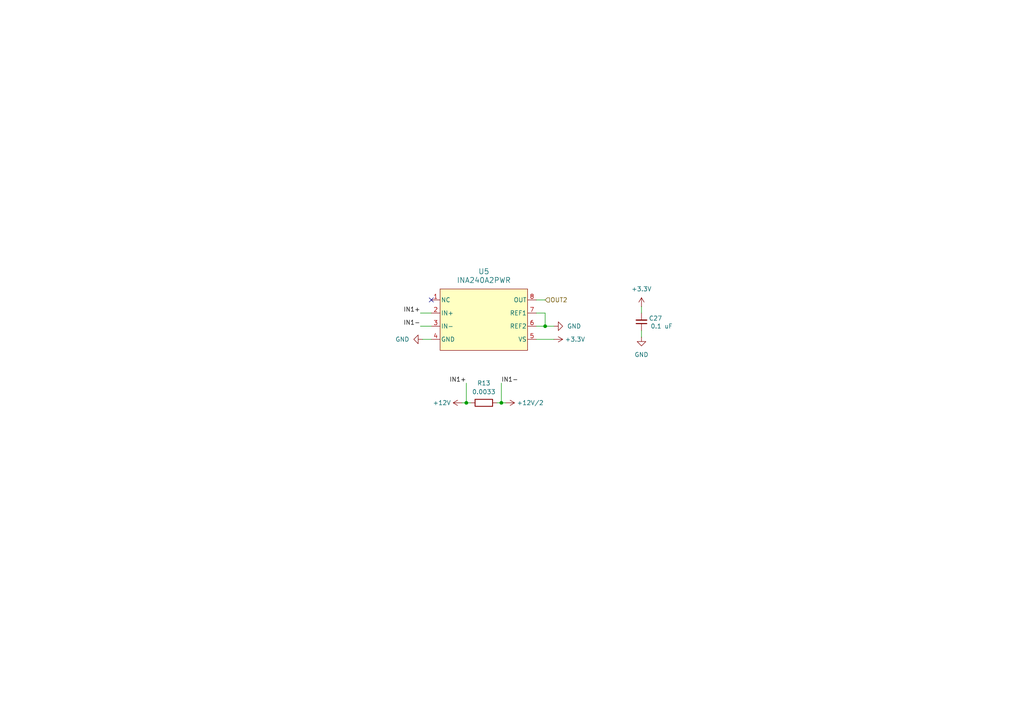
<source format=kicad_sch>
(kicad_sch (version 20231120) (generator "eeschema") (generator_version "8.0")
  (paper "A4")
  (lib_symbols
    (symbol "Device:C_Small" (pin_numbers hide) (pin_names (offset 0.254) hide)
      (property "Reference" "C" (at 0.254 1.778 0))
      (property "Value" "C_Small" (at 0.254 -2.032 0))
      (symbol "C_Small_0_1"
        (polyline (pts (xy -1.524 -0.508) (xy 1.524 -0.508)) (stroke (width 0.3302)))
        (polyline (pts (xy -1.524 0.508) (xy 1.524 0.508)) (stroke (width 0.3048)))
      )
      (symbol "C_Small_1_1"
        (pin passive line (at 0 2.54 270) (length 2.032) (name "~") (number "1"))
        (pin passive line (at 0 -2.54 90) (length 2.032) (name "~") (number "2"))
      )
    )
    (symbol "Device:R" (pin_numbers hide) (pin_names (offset 0))
      (property "Reference" "R" (at 2.032 0 90))
      (property "Value" "R" (at 0 0 90))
      (symbol "R_0_1"
        (rectangle (start -1.016 -2.54) (end 1.016 2.54) (stroke (width 0.254)))
      )
      (symbol "R_1_1"
        (pin passive line (at 0 3.81 270) (length 1.27) (name "~") (number "1"))
        (pin passive line (at 0 -3.81 90) (length 1.27) (name "~") (number "2"))
      )
    )
    (symbol "INA240A2PWR:INA240A2PWR" (pin_names (offset 0.254))
      (property "Reference" "U" (at 20.32 10.16 0))
      (property "Value" "INA240A2PWR" (at 20.32 7.62 0))
      (symbol "INA240A2PWR_1_1"
        (rectangle (start 7.62 5.08) (end 33.02 -12.7) (fill (type background)))
        (pin unspecified line (at 5.08 1.905 0) (length 2.54) (name "NC") (number "1"))
        (pin input line (at 5.08 -1.905 0) (length 2.54) (name "IN+") (number "2"))
        (pin input line (at 5.08 -5.715 0) (length 2.54) (name "IN-") (number "3"))
        (pin power_in line (at 5.08 -9.525 0) (length 2.54) (name "GND") (number "4"))
        (pin power_in line (at 35.56 -9.525 180) (length 2.54) (name "VS") (number "5"))
        (pin input line (at 35.56 -5.715 180) (length 2.54) (name "REF2") (number "6"))
        (pin input line (at 35.56 -1.905 180) (length 2.54) (name "REF1") (number "7"))
        (pin output line (at 35.56 1.905 180) (length 2.54) (name "OUT") (number "8"))
      )
    )
    (symbol "power:+12V" (power) (pin_numbers hide) (pin_names (offset 0) hide)
      (property "Value" "+12V" (at 0 3.556 0))
      (symbol "+12V_0_1"
        (polyline (pts (xy -0.762 1.27) (xy 0 2.54)))
        (polyline (pts (xy 0 0) (xy 0 2.54)))
        (polyline (pts (xy 0 2.54) (xy 0.762 1.27)))
      )
      (symbol "+12V_1_1"
        (pin power_in line (at 0 0 90) (length 0) (name "~") (number "1"))
      )
    )
    (symbol "power:+3.3V" (power) (pin_numbers hide) (pin_names (offset 0) hide)
      (property "Value" "+3.3V" (at 0 3.556 0))
      (symbol "+3.3V_0_1"
        (polyline (pts (xy -0.762 1.27) (xy 0 2.54)))
        (polyline (pts (xy 0 0) (xy 0 2.54)))
        (polyline (pts (xy 0 2.54) (xy 0.762 1.27)))
      )
      (symbol "+3.3V_1_1"
        (pin power_in line (at 0 0 90) (length 0) (name "~") (number "1"))
      )
    )
    (symbol "power:+48V" (power) (pin_numbers hide) (pin_names (offset 0) hide)
      (property "Value" "+48V" (at 0 3.556 0))
      (symbol "+48V_0_1"
        (polyline (pts (xy -0.762 1.27) (xy 0 2.54)))
        (polyline (pts (xy 0 0) (xy 0 2.54)))
        (polyline (pts (xy 0 2.54) (xy 0.762 1.27)))
      )
      (symbol "+48V_1_1"
        (pin power_in line (at 0 0 90) (length 0) (name "~") (number "1"))
      )
    )
    (symbol "power:GND" (power) (pin_numbers hide) (pin_names (offset 0) hide)
      (property "Value" "GND" (at 0 -3.81 0))
      (symbol "GND_0_1"
        (polyline (pts (xy 0 0) (xy 0 -1.27) (xy 1.27 -1.27) (xy 0 -2.54) (xy -1.27 -1.27) (xy 0 -1.27)))
      )
      (symbol "GND_1_1"
        (pin power_in line (at 0 0 270) (length 0) (name "~") (number "1"))
      )
    )
  )
  (junction (at 158.115 94.615))
  (junction (at 135.255 116.84))
  (junction (at 145.415 116.84))
  (no_connect (at 125.095 86.995))
  (wire (pts (xy 186.055 95.885) (xy 186.055 97.79)))
  (wire (pts (xy 158.115 90.805) (xy 158.115 94.615)))
  (wire (pts (xy 155.575 90.805) (xy 158.115 90.805)))
  (wire (pts (xy 122.555 98.425) (xy 125.095 98.425)))
  (wire (pts (xy 144.145 116.84) (xy 145.415 116.84)))
  (wire (pts (xy 158.115 94.615) (xy 160.655 94.615)))
  (wire (pts (xy 121.92 90.805) (xy 125.095 90.805)))
  (wire (pts (xy 145.415 111.125) (xy 145.415 116.84)))
  (wire (pts (xy 155.575 94.615) (xy 158.115 94.615)))
  (wire (pts (xy 155.575 98.425) (xy 160.655 98.425)))
  (wire (pts (xy 135.255 116.84) (xy 136.525 116.84)))
  (wire (pts (xy 145.415 116.84) (xy 146.685 116.84)))
  (wire (pts (xy 135.255 111.125) (xy 135.255 116.84)))
  (wire (pts (xy 121.92 94.615) (xy 125.095 94.615)))
  (wire (pts (xy 133.985 116.84) (xy 135.255 116.84)))
  (wire (pts (xy 155.575 86.995) (xy 158.115 86.995)))
  (wire (pts (xy 186.055 88.9) (xy 186.055 90.805)))
  (label "IN1-" (at 121.92 94.615 180))
  (label "IN1+" (at 121.92 90.805 180))
  (label "IN1-" (at 145.415 111.125 0))
  (label "IN1+" (at 135.255 111.125 180))
  (hierarchical_label "OUT2" (shape input) (at 158.115 86.995 0))
  (symbol (lib_id "power:GND") (at 160.655 94.615 90) (unit 1)
    (property "Reference" "#PWR0123" (effects (hide yes)))
    (property "Value" "GND" (at 164.465 94.6149 90) (effects (justify right)))
    (property "Description" "Power symbol creates a global label with name \"GND\" , ground" (effects (hide yes)))
  )
  (symbol (lib_id "INA240A2PWR:INA240A2PWR") (at 120.015 88.9 0) (unit 1)
    (property "Reference" "U5" (at 140.335 78.74 0) (effects (font (size 1.524 1.524))))
    (property "Value" "INA240A2PWR" (at 140.335 81.28 0) (effects (font (size 1.524 1.524))))
    (property "Footprint" "INA240A2PWR:PW0008A_M" (effects (hide yes)))
    (property "Datasheet" "https://www.ti.com/lit/gpn/ina240" (effects (hide yes)))
    (property "Description" "IC CURR SENSE 1 CIRCUIT 8TSSOP" (effects (hide yes)))
    (property "Mfr." "Texas Instruments" (effects (hide yes)))
    (property "Part #" "INA240A2PWR" (effects (hide yes)))
    (property "Price" "$2.426" (effects (hide yes)))
    (property "Order Link" "https://www.digikey.com/en/products/detail/texas-instruments/INA240A2PWR/6562018" (effects (hide yes)))
  )
  (symbol (lib_id "Device:R") (at 140.335 116.84 90) (unit 1)
    (property "Reference" "R13" (at 140.335 111.125 90))
    (property "Value" "0.0033" (at 140.335 113.665 90))
    (property "Footprint" "WSLP25123L300DEA:RES_VISHAY_WSLP2512_A_VIS" (effects (hide yes)))
    (property "Datasheet" "https://www.vishay.com/docs/30122/wslp.pdf" (effects (hide yes)))
    (property "Description" "RES 0.0033 OHM 0.5% 3W 2512" (effects (hide yes)))
    (property "Mfr." "Vishay Dale" (effects (hide yes)))
    (property "Part #" "WSLP25123L300DEA" (effects (hide yes)))
    (property "Price" "$2.767" (effects (hide yes)))
    (property "Order Link" "https://www.digikey.com/en/products/detail/vishay-dale/WSLP25123L300DEA/9755540" (effects (hide yes)))
  )
  (symbol (lib_id "Device:C_Small") (at 186.055 93.345 180) (unit 1)
    (property "Reference" "C27" (at 190.119 92.329 0))
    (property "Value" "0.1 uF" (at 191.897 94.615 0))
    (property "Footprint" "0805 Ceramic Capacitor:CAPC2012X140N" (effects (hide yes)))
    (property "Datasheet" "https://content.kemet.com/datasheets/KEM_C1023_X7R_AUTO_SMD.pdf" (effects (hide yes)))
    (property "Description" "0.1 uF 0805 Ceramic Capacitor - Automotive, Bypass, Decoupling" (effects (hide yes)))
    (property "Mfr." "KEMET" (effects (hide yes)))
    (property "Part #" "C0805C104J5RACAUTO" (effects (hide yes)))
    (property "Price" "$0.109" (effects (hide yes)))
    (property "Order Link" "https://www.digikey.com/en/products/detail/kemet/C0805C104J5RACAUTO/3314919" (effects (hide yes)))
  )
  (symbol (lib_id "power:GND") (at 186.055 97.79 0) (unit 1)
    (property "Reference" "#PWR064" (effects (hide yes)))
    (property "Value" "GND" (at 186.055 102.87 0))
    (property "Description" "Power symbol creates a global label with name \"GND\" , ground" (effects (hide yes)))
  )
  (symbol (lib_id "power:+3.3V") (at 186.055 88.9 0) (unit 1)
    (property "Reference" "#PWR063" (effects (hide yes)))
    (property "Value" "+3.3V" (at 186.055 83.82 0))
    (property "Description" "Power symbol creates a global label with name \"+3.3V\"" (effects (hide yes)))
  )
  (symbol (lib_id "power:+48V") (at 133.985 116.84 90) (unit 1)
    (property "Reference" "#PWR059" (effects (hide yes)))
    (property "Value" "+12V" (at 130.81 116.8399 90) (effects (justify left)))
    (property "Description" "Power symbol creates a global label with name \"+48V\"" (effects (hide yes)))
  )
  (symbol (lib_id "power:+12V") (at 146.685 116.84 270) (unit 1)
    (property "Reference" "#PWR060" (effects (hide yes)))
    (property "Value" "+12V/2" (at 153.797 116.84 90))
    (property "Description" "Power symbol creates a global label with name \"+12V\"" (effects (hide yes)))
  )
  (symbol (lib_id "power:GND") (at 122.555 98.425 270) (unit 1)
    (property "Reference" "#PWR058" (effects (hide yes)))
    (property "Value" "GND" (at 118.745 98.4249 90) (effects (justify right)))
    (property "Description" "Power symbol creates a global label with name \"GND\" , ground" (effects (hide yes)))
  )
  (symbol (lib_id "power:+3.3V") (at 160.655 98.425 270) (unit 1)
    (property "Reference" "#PWR0122" (effects (hide yes)))
    (property "Value" "+3.3V" (at 163.83 98.4249 90) (effects (justify left)))
    (property "Description" "Power symbol creates a global label with name \"+3.3V\"" (effects (hide yes)))
  )
)
</source>
